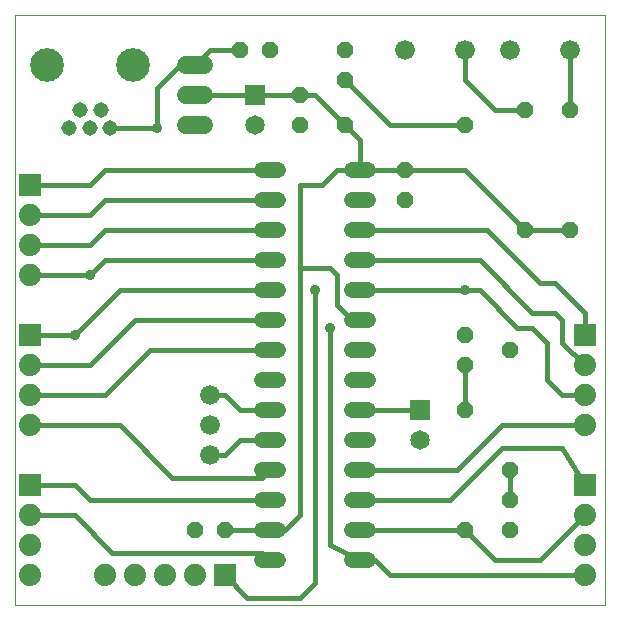
<source format=gtl>
G75*
%MOIN*%
%OFA0B0*%
%FSLAX25Y25*%
%IPPOS*%
%LPD*%
%AMOC8*
5,1,8,0,0,1.08239X$1,22.5*
%
%ADD10C,0.00000*%
%ADD11R,0.07400X0.07400*%
%ADD12C,0.07400*%
%ADD13OC8,0.05200*%
%ADD14C,0.05200*%
%ADD15C,0.06600*%
%ADD16C,0.06000*%
%ADD17R,0.06500X0.06500*%
%ADD18C,0.06500*%
%ADD19C,0.05150*%
%ADD20C,0.11220*%
%ADD21C,0.01600*%
%ADD22C,0.03562*%
D10*
X0001800Y0001800D02*
X0001800Y0198650D01*
X0198650Y0198650D01*
X0198650Y0001800D01*
X0001800Y0001800D01*
D11*
X0006800Y0041800D03*
X0006800Y0091800D03*
X0006800Y0141800D03*
X0071800Y0011800D03*
X0191800Y0041800D03*
X0191800Y0091800D03*
D12*
X0191800Y0081800D03*
X0191800Y0071800D03*
X0191800Y0061800D03*
X0191800Y0031800D03*
X0191800Y0021800D03*
X0191800Y0011800D03*
X0061800Y0011800D03*
X0051800Y0011800D03*
X0041800Y0011800D03*
X0031800Y0011800D03*
X0006800Y0011800D03*
X0006800Y0021800D03*
X0006800Y0031800D03*
X0006800Y0061800D03*
X0006800Y0071800D03*
X0006800Y0081800D03*
X0006800Y0111800D03*
X0006800Y0121800D03*
X0006800Y0131800D03*
D13*
X0076800Y0186800D03*
X0086800Y0186800D03*
X0096800Y0171800D03*
X0096800Y0161800D03*
X0111800Y0161800D03*
X0111800Y0176800D03*
X0111800Y0186800D03*
X0131800Y0146800D03*
X0131800Y0136800D03*
X0151800Y0161800D03*
X0171800Y0166800D03*
X0186800Y0166800D03*
X0186800Y0126800D03*
X0171800Y0126800D03*
X0151800Y0091800D03*
X0151800Y0081800D03*
X0151800Y0066800D03*
X0166800Y0046800D03*
X0166800Y0036800D03*
X0166800Y0026800D03*
X0151800Y0026800D03*
X0166800Y0086800D03*
X0071800Y0026800D03*
X0061800Y0026800D03*
D14*
X0084200Y0026800D02*
X0089400Y0026800D01*
X0089400Y0016800D02*
X0084200Y0016800D01*
X0084200Y0036800D02*
X0089400Y0036800D01*
X0089400Y0046800D02*
X0084200Y0046800D01*
X0084200Y0056800D02*
X0089400Y0056800D01*
X0089400Y0066800D02*
X0084200Y0066800D01*
X0084200Y0076800D02*
X0089400Y0076800D01*
X0089400Y0086800D02*
X0084200Y0086800D01*
X0084200Y0096800D02*
X0089400Y0096800D01*
X0089400Y0106800D02*
X0084200Y0106800D01*
X0084200Y0116800D02*
X0089400Y0116800D01*
X0089400Y0126800D02*
X0084200Y0126800D01*
X0084200Y0136800D02*
X0089400Y0136800D01*
X0089400Y0146800D02*
X0084200Y0146800D01*
X0114200Y0146800D02*
X0119400Y0146800D01*
X0119400Y0136800D02*
X0114200Y0136800D01*
X0114200Y0126800D02*
X0119400Y0126800D01*
X0119400Y0116800D02*
X0114200Y0116800D01*
X0114200Y0106800D02*
X0119400Y0106800D01*
X0119400Y0096800D02*
X0114200Y0096800D01*
X0114200Y0086800D02*
X0119400Y0086800D01*
X0119400Y0076800D02*
X0114200Y0076800D01*
X0114200Y0066800D02*
X0119400Y0066800D01*
X0119400Y0056800D02*
X0114200Y0056800D01*
X0114200Y0046800D02*
X0119400Y0046800D01*
X0119400Y0036800D02*
X0114200Y0036800D01*
X0114200Y0026800D02*
X0119400Y0026800D01*
X0119400Y0016800D02*
X0114200Y0016800D01*
D15*
X0066800Y0051800D03*
X0066800Y0061800D03*
X0066800Y0071800D03*
X0131800Y0186800D03*
X0151800Y0186800D03*
X0166800Y0186800D03*
X0186800Y0186800D03*
D16*
X0064800Y0181800D02*
X0058800Y0181800D01*
X0058800Y0171800D02*
X0064800Y0171800D01*
X0064800Y0161800D02*
X0058800Y0161800D01*
D17*
X0081800Y0171800D03*
X0136800Y0066800D03*
D18*
X0136800Y0056800D03*
X0081800Y0161800D03*
D19*
X0033500Y0160800D03*
X0026800Y0160800D03*
X0019800Y0160800D03*
X0023500Y0167000D03*
X0030400Y0167000D03*
D20*
X0041170Y0181800D03*
X0012430Y0181800D03*
D21*
X0033500Y0160800D02*
X0049300Y0160800D01*
X0048300Y0160800D01*
X0049300Y0161800D01*
X0049300Y0174300D01*
X0056800Y0181800D01*
X0061800Y0181800D01*
X0066800Y0186800D01*
X0076800Y0186800D01*
X0081800Y0171800D02*
X0061800Y0171800D01*
X0081800Y0171800D02*
X0096800Y0171800D01*
X0101800Y0171800D01*
X0111800Y0161800D01*
X0116800Y0156800D01*
X0116800Y0146800D01*
X0109300Y0146800D01*
X0104300Y0141800D01*
X0096800Y0141800D01*
X0096800Y0114300D01*
X0106800Y0114300D01*
X0109300Y0111800D01*
X0109300Y0101800D01*
X0114300Y0096800D01*
X0116800Y0096800D01*
X0116800Y0106800D02*
X0151800Y0106800D01*
X0156800Y0106800D01*
X0169300Y0094300D01*
X0174300Y0094300D01*
X0179300Y0089300D01*
X0179300Y0076800D01*
X0184300Y0071800D01*
X0191800Y0071800D01*
X0191800Y0061800D02*
X0164300Y0061800D01*
X0149300Y0046800D01*
X0116800Y0046800D01*
X0116800Y0036800D02*
X0146800Y0036800D01*
X0164300Y0054300D01*
X0184300Y0054300D01*
X0191800Y0041800D01*
X0191800Y0031800D02*
X0176800Y0016800D01*
X0161800Y0016800D01*
X0151800Y0026800D01*
X0116800Y0026800D01*
X0116800Y0016800D02*
X0106800Y0021800D01*
X0106800Y0094300D01*
X0101800Y0106800D02*
X0101800Y0009300D01*
X0096800Y0004300D01*
X0079300Y0004300D01*
X0071800Y0011800D01*
X0084300Y0019300D02*
X0086800Y0016800D01*
X0084300Y0019300D02*
X0034300Y0019300D01*
X0021800Y0031800D01*
X0006800Y0031800D01*
X0006800Y0041800D02*
X0021800Y0041800D01*
X0026800Y0036800D01*
X0086800Y0036800D01*
X0084300Y0044300D02*
X0086800Y0046800D01*
X0084300Y0044300D02*
X0054300Y0044300D01*
X0036800Y0061800D01*
X0006800Y0061800D01*
X0006800Y0071800D02*
X0031800Y0071800D01*
X0046800Y0086800D01*
X0086800Y0086800D01*
X0086800Y0096800D02*
X0041800Y0096800D01*
X0026800Y0081800D01*
X0006800Y0081800D01*
X0006800Y0091800D02*
X0021800Y0091800D01*
X0036800Y0106800D01*
X0086800Y0106800D01*
X0086800Y0116800D02*
X0031800Y0116800D01*
X0026800Y0111800D01*
X0006800Y0111800D01*
X0006800Y0121800D02*
X0026800Y0121800D01*
X0031800Y0126800D01*
X0086800Y0126800D01*
X0086800Y0136800D02*
X0031800Y0136800D01*
X0026800Y0131800D01*
X0006800Y0131800D01*
X0006800Y0141800D02*
X0026800Y0141800D01*
X0031800Y0146800D01*
X0086800Y0146800D01*
X0116800Y0146800D02*
X0131800Y0146800D01*
X0151800Y0146800D01*
X0171800Y0126800D01*
X0186800Y0126800D01*
X0181800Y0109300D02*
X0176800Y0109300D01*
X0159300Y0126800D01*
X0116800Y0126800D01*
X0116800Y0116800D02*
X0156800Y0116800D01*
X0174300Y0099300D01*
X0181800Y0099300D01*
X0184300Y0096800D01*
X0184300Y0089300D01*
X0191800Y0081800D01*
X0191800Y0091800D02*
X0191800Y0099300D01*
X0181800Y0109300D01*
X0151800Y0081800D02*
X0151800Y0066800D01*
X0136800Y0066800D02*
X0116800Y0066800D01*
X0086800Y0066800D02*
X0076800Y0066800D01*
X0071800Y0071800D01*
X0066800Y0071800D01*
X0076800Y0056800D02*
X0071800Y0051800D01*
X0066800Y0051800D01*
X0076800Y0056800D02*
X0086800Y0056800D01*
X0096800Y0031800D02*
X0096800Y0114300D01*
X0126800Y0161800D02*
X0111800Y0176800D01*
X0126800Y0161800D02*
X0151800Y0161800D01*
X0161800Y0166800D02*
X0151800Y0176800D01*
X0151800Y0186800D01*
X0161800Y0166800D02*
X0171800Y0166800D01*
X0186800Y0166800D02*
X0186800Y0186800D01*
X0166800Y0046800D02*
X0166800Y0036800D01*
X0191800Y0011800D02*
X0126800Y0011800D01*
X0121800Y0016800D01*
X0116800Y0016800D01*
X0096800Y0031800D02*
X0091800Y0026800D01*
X0086800Y0026800D01*
X0071800Y0026800D01*
D22*
X0021800Y0091800D03*
X0026800Y0111800D03*
X0049300Y0160800D03*
X0101800Y0106800D03*
X0106800Y0094300D03*
X0151800Y0106800D03*
M02*

</source>
